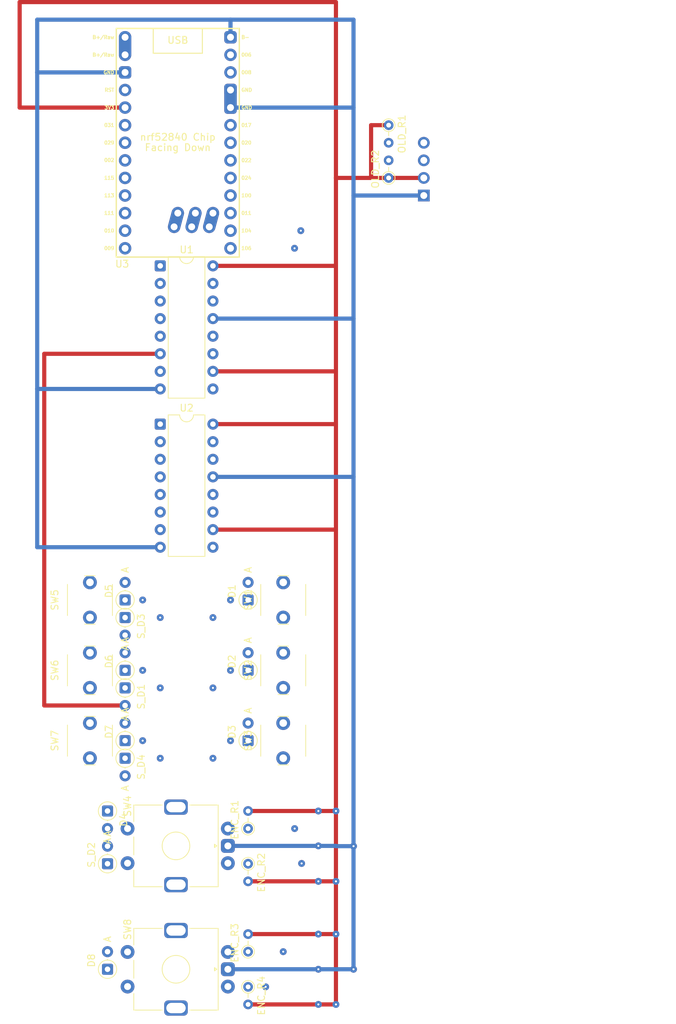
<source format=kicad_pcb>
(kicad_pcb (version 20241229) (generator "pcbnew") (generator_version "9.0")
  (layers (0 "F.Cu" signal) (4 "In1.Cu" signal) (6 "In2.Cu" signal) (8 "In3.Cu" signal) (10 "In4.Cu" signal) (2 "B.Cu" signal) (13 "F.Paste" user) (15 "B.Paste" user) (5 "F.SilkS" user "F.Silkscreen") (7 "B.SilkS" user "B.Silkscreen") (1 "F.Mask" user) (3 "B.Mask" user) (25 "Edge.Cuts" user))
  (net 0 "")
  (net 1 "Net-(S_D1-A)")
  (net 2 "Net-(S_D2-A)")
  (net 3 "+3V3")
  (net 6 "MOSI")
  (net 8 "QH'")
  (net 9 "SCK")
  (net 13 "CS")
  (net 14 "ENC1_B")
  (net 15 "Net-(D4-A)")
  (net 16 "ENC1_A")
  (net 17 "Net-(D8-A)")
  (net 19 "ENC2_B")
  (net 21 "ENC2_A")
  (net 22 "Net-(S_D3-A)")
  (net 23 "Net-(S_D4-A)")
  (net 24 "C1")
  (net 25 "C2")
  (net 26 "C3")
  (net 33 "SDA")
  (net 42 "SCL")
  (net 50 "Net-(D1-A)")
  (net 51 "C0")
  (net 52 "Net-(D2-A)")
  (net 53 "Net-(D3-A)")
  (net 54 "Net-(D5-A)")
  (net 55 "Net-(D6-A)")
  (net 56 "Net-(D7-A)")
  (net 57 "R0")
  (net 58 "R1")
  (net 63 "GND")
  (footprint "Caon_Footprint:D_DO-35_SOD27_P2.54mm_Caon65" (layer "F.Cu") (at 101.6 106.155564 90)
    (property "Reference" "D1" (at 1.27 -2.326371 90) (layer "F.SilkS"))
    (property "Value" "~")
    (fp_line (start 1.326371 0) (end 1.44 0) (stroke (width 0.12)) (layer "F.SilkS"))
    (fp_circle (center 0 0) (end 1.326371 0) (stroke (width 0.12)) (fill no) (layer "F.SilkS"))
    (fp_text user "A" (at 4.34 0 90) (layer "F.SilkS"))
    (pad "1" thru_hole roundrect (at 0 0 90) (size 1.6 1.6) (drill 0.8) (layers "*.Cu" "*.Mask") (roundrect_rratio 0.15625) (net 57 "R0"))
    (pad "2" thru_hole circle (at 2.54 0 90) (size 1.6 1.6) (drill 0.8) (layers "*.Cu" "*.Mask") (net 50 "Net-(D1-A)"))
  )
  (footprint "Caon_Footprint:D_DO-35_SOD27_P2.54mm_Caon65" (layer "F.Cu") (at 83.82 129.015564 -90)
    (property "Reference" "S_D4" (at 1.27 -2.326371 90) (layer "F.SilkS"))
    (property "Value" "~")
    (fp_line (start 1.326371 0) (end 1.44 0) (stroke (width 0.12)) (layer "F.SilkS"))
    (fp_circle (center 0 0) (end 1.326371 0) (stroke (width 0.12)) (fill no) (layer "F.SilkS"))
    (fp_text user "A" (at 4.34 0 90) (layer "F.SilkS"))
    (pad "1" thru_hole roundrect (at 0 0 270) (size 1.6 1.6) (drill 0.8) (layers "*.Cu" "*.Mask") (roundrect_rratio 0.15625) (net 25 "C2"))
    (pad "2" thru_hole circle (at 2.54 0 270) (size 1.6 1.6) (drill 0.8) (layers "*.Cu" "*.Mask") (net 23 "Net-(S_D4-A)"))
  )
  (footprint "Caon_Footprint:SW_PUSH_6mm" (layer "F.Cu") (at 78.74 126.475564 90)
    (property "Reference" "SW7" (at 0 -5.08 90) (layer "F.SilkS"))
    (property "Value" "~")
    (fp_line (start 2.25 -3.25) (end -2.25 -3.25) (stroke (width 0.12)) (layer "F.SilkS"))
    (fp_line (start -3.5 -0.75) (end -3.5 0.75) (stroke (width 0.12)) (layer "F.SilkS"))
    (fp_line (start 3.5 0.75) (end 3.5 -0.75) (stroke (width 0.12)) (layer "F.SilkS"))
    (fp_line (start -2.25 3.25) (end 2.25 3.25) (stroke (width 0.12)) (layer "F.SilkS"))
    (pad "1" thru_hole circle (at -2.54 0 180) (size 2 2) (drill 1.1) (layers "*.Cu" "*.Mask") (net 25 "C2"))
    (pad "2" thru_hole circle (at 2.54 0 180) (size 2 2) (drill 1.1) (layers "*.Cu" "*.Mask") (net 56 "Net-(D7-A)"))
  )
  (footprint "Caon_Footprint:SW_PUSH_6mm" (layer "F.Cu") (at 106.68 116.315564 90)
    (property "Reference" "SW2" (at 0 -5.08 90) (layer "F.SilkS"))
    (property "Value" "~")
    (fp_line (start 2.25 -3.25) (end -2.25 -3.25) (stroke (width 0.12)) (layer "F.SilkS"))
    (fp_line (start -3.5 -0.75) (end -3.5 0.75) (stroke (width 0.12)) (layer "F.SilkS"))
    (fp_line (start 3.5 0.75) (end 3.5 -0.75) (stroke (width 0.12)) (layer "F.SilkS"))
    (fp_line (start -2.25 3.25) (end 2.25 3.25) (stroke (width 0.12)) (layer "F.SilkS"))
    (pad "1" thru_hole circle (at -2.54 0 180) (size 2 2) (drill 1.1) (layers "*.Cu" "*.Mask") (net 24 "C1"))
    (pad "2" thru_hole circle (at 2.54 0 180) (size 2 2) (drill 1.1) (layers "*.Cu" "*.Mask") (net 52 "Net-(D2-A)"))
  )
  (footprint "Caon_Footprint:D_DO-35_SOD27_P2.54mm_Caon65" (layer "F.Cu") (at 83.82 116.315564 90)
    (property "Reference" "D6" (at 1.27 -2.326371 90) (layer "F.SilkS"))
    (property "Value" "~")
    (fp_line (start 1.326371 0) (end 1.44 0) (stroke (width 0.12)) (layer "F.SilkS"))
    (fp_circle (center 0 0) (end 1.326371 0) (stroke (width 0.12)) (fill no) (layer "F.SilkS"))
    (fp_text user "A" (at 4.34 0 90) (layer "F.SilkS"))
    (pad "1" thru_hole roundrect (at 0 0 90) (size 1.6 1.6) (drill 0.8) (layers "*.Cu" "*.Mask") (roundrect_rratio 0.15625) (net 58 "R1"))
    (pad "2" thru_hole circle (at 2.54 0 90) (size 1.6 1.6) (drill 0.8) (layers "*.Cu" "*.Mask") (net 55 "Net-(D6-A)"))
  )
  (footprint "Caon_Footprint:D_DO-35_SOD27_P2.54mm_Caon65" (layer "F.Cu") (at 101.6 126.475564 90)
    (property "Reference" "D3" (at 1.27 -2.326371 90) (layer "F.SilkS"))
    (property "Value" "~")
    (fp_line (start 1.326371 0) (end 1.44 0) (stroke (width 0.12)) (layer "F.SilkS"))
    (fp_circle (center 0 0) (end 1.326371 0) (stroke (width 0.12)) (fill no) (layer "F.SilkS"))
    (fp_text user "A" (at 4.34 0 90) (layer "F.SilkS"))
    (pad "1" thru_hole roundrect (at 0 0 90) (size 1.6 1.6) (drill 0.8) (layers "*.Cu" "*.Mask") (roundrect_rratio 0.15625) (net 57 "R0"))
    (pad "2" thru_hole circle (at 2.54 0 90) (size 1.6 1.6) (drill 0.8) (layers "*.Cu" "*.Mask") (net 53 "Net-(D3-A)"))
  )
  (footprint "Resistor_THT:R_Axial_DIN0204_L3.6mm_D1.6mm_P2.54mm_Vertical" (layer "F.Cu") (at 101.6 144.255564 -90)
    (property "Reference" "ENC_R2" (at 1.27 -1.92 90) (layer "F.SilkS"))
    (property "Value" "10k")
    (fp_line (start 0.92 0) (end 1.54 0) (stroke (width 0.12)) (layer "F.SilkS"))
    (fp_circle (center 0 0) (end 0.92 0) (stroke (width 0.12)) (fill no) (layer "F.SilkS"))
    (pad "1" thru_hole circle (at 0 0 270) (size 1.4 1.4) (drill 0.7) (layers "*.Cu" "*.Mask") (net 16 "ENC1_A"))
    (pad "2" thru_hole circle (at 2.54 0 270) (size 1.4 1.4) (drill 0.7) (layers "*.Cu" "*.Mask") (net 3 "+3V3"))
  )
  (footprint "Caon_Footprint:SW_PUSH_6mm" (layer "F.Cu") (at 106.68 126.475564 90)
    (property "Reference" "SW3" (at 0 -5.08 90) (layer "F.SilkS"))
    (property "Value" "~")
    (fp_line (start 2.25 -3.25) (end -2.25 -3.25) (stroke (width 0.12)) (layer "F.SilkS"))
    (fp_line (start -3.5 -0.75) (end -3.5 0.75) (stroke (width 0.12)) (layer "F.SilkS"))
    (fp_line (start 3.5 0.75) (end 3.5 -0.75) (stroke (width 0.12)) (layer "F.SilkS"))
    (fp_line (start -2.25 3.25) (end 2.25 3.25) (stroke (width 0.12)) (layer "F.SilkS"))
    (pad "1" thru_hole circle (at -2.54 0 180) (size 2 2) (drill 1.1) (layers "*.Cu" "*.Mask") (net 25 "C2"))
    (pad "2" thru_hole circle (at 2.54 0 180) (size 2 2) (drill 1.1) (layers "*.Cu" "*.Mask") (net 53 "Net-(D3-A)"))
  )
  (footprint "PCM_marbastlib-various:ROT_Alps_EC11E-Switch" (layer "F.Cu") (at 91.179 141.675564 90)
    (property "Reference" "SW4" (at 5.75 -7 90) (layer "F.SilkS"))
    (property "Value" "EC11 ENCODER 1")
    (fp_line (start 5.9 -6.1) (end 5.9 -2) (stroke (width 0.12)) (layer "F.SilkS"))
    (fp_line (start 3.5 -6.1) (end 5.9 -6.1) (stroke (width 0.12)) (layer "F.SilkS"))
    (fp_line (start -1.3 -6.1) (end 1.3 -6.1) (stroke (width 0.12)) (layer "F.SilkS"))
    (fp_line (start -5.9 -6.1) (end -3.5 -6.1) (stroke (width 0.12)) (layer "F.SilkS"))
    (fp_line (start -5.9 -2) (end -5.9 -6.1) (stroke (width 0.12)) (layer "F.SilkS"))
    (fp_line (start 5.9 2) (end 5.9 6.1) (stroke (width 0.12)) (layer "F.SilkS"))
    (fp_line (start -5.9 2) (end -5.9 6.1) (stroke (width 0.12)) (layer "F.SilkS"))
    (fp_line (start -5.9 6.1) (end 5.9 6.1) (stroke (width 0.12)) (layer "F.SilkS"))
    (fp_circle (center 0 0) (end 0 -2) (stroke (width 0.12)) (fill no) (layer "F.SilkS"))
    (fp_poly (pts (xy 0 5.898108) (xy -0.24 5.568108) (xy 0.24 5.568108) (xy 0 5.898108)) (stroke (width 0.12)) (fill yes) (layer "F.SilkS"))
    (pad "A" thru_hole circle (at -2.5 7.5 180) (size 2 2) (drill 1) (layers "*.Cu" "B.Mask") (net 16 "ENC1_A"))
    (pad "B" thru_hole circle (at 2.5 7.5 180) (size 2 2) (drill 1) (layers "*.Cu" "B.Mask") (net 14 "ENC1_B"))
    (pad "C" thru_hole roundrect (at 0 7.5 180) (size 2 2) (drill 1) (layers "*.Cu" "B.Mask") (net 63 "GND"))
    (pad "MP" thru_hole roundrect (at -5.6 0 180) (size 3.4 2.2) (drill oval 2.8 1.5) (layers "*.Cu" "B.Mask"))
    (pad "MP" thru_hole roundrect (at 5.6 0 180) (size 3.4 2.2) (drill oval 2.8 1.5) (layers "*.Cu" "B.Mask"))
    (pad "S1" thru_hole circle (at 2.5 -7 180) (size 2 2) (drill 1) (layers "*.Cu" "B.Mask") (net 15 "Net-(D4-A)"))
    (pad "S2" thru_hole circle (at -2.5 -7 180) (size 2 2) (drill 1) (layers "*.Cu" "B.Mask") (net 26 "C3"))
  )
  (footprint "Caon_Footprint:D_DO-35_SOD27_P2.54mm_Caon65" (layer "F.Cu") (at 83.82 108.695564 -90)
    (property "Reference" "S_D3" (at 1.27 -2.326371 90) (layer "F.SilkS"))
    (property "Value" "~")
    (fp_line (start 1.326371 0) (end 1.44 0) (stroke (width 0.12)) (layer "F.SilkS"))
    (fp_circle (center 0 0) (end 1.326371 0) (stroke (width 0.12)) (fill no) (layer "F.SilkS"))
    (fp_text user "A" (at 4.34 0 90) (layer "F.SilkS"))
    (pad "1" thru_hole roundrect (at 0 0 270) (size 1.6 1.6) (drill 0.8) (layers "*.Cu" "*.Mask") (roundrect_rratio 0.15625) (net 51 "C0"))
    (pad "2" thru_hole circle (at 2.54 0 270) (size 1.6 1.6) (drill 0.8) (layers "*.Cu" "*.Mask") (net 22 "Net-(S_D3-A)"))
  )
  (footprint "ScottoKeebs_Components:OLED_128x32" (layer "F.Cu") (at 125.4 37.935564)
    (property "Reference" "J1" (hide yes))
    (property "Value" "OLED_128x32")
    (pad "1" thru_hole rect (at 1.6 9.8 180) (size 1.7 1.7) (drill 1) (layers "*.Cu" "*.Mask") (net 63 "GND"))
    (pad "2" thru_hole oval (at 1.6 7.26 180) (size 1.7 1.7) (drill 1) (layers "*.Cu" "*.Mask") (net 3 "+3V3"))
    (pad "3" thru_hole oval (at 1.6 4.72 180) (size 1.7 1.7) (drill 1) (layers "*.Cu" "*.Mask") (net 42 "SCL"))
    (pad "4" thru_hole oval (at 1.6 2.18 180) (size 1.7 1.7) (drill 1) (layers "*.Cu" "*.Mask") (net 33 "SDA"))
  )
  (footprint "Resistor_THT:R_Axial_DIN0204_L3.6mm_D1.6mm_P2.54mm_Vertical" (layer "F.Cu") (at 121.92 45.195564 90)
    (property "Reference" "OLD_R2" (at 1.27 -1.92 90) (layer "F.SilkS"))
    (property "Value" "10k")
    (fp_line (start 0.92 0) (end 1.54 0) (stroke (width 0.12)) (layer "F.SilkS"))
    (fp_circle (center 0 0) (end 0.92 0) (stroke (width 0.12)) (fill no) (layer "F.SilkS"))
    (pad "1" thru_hole circle (at 0 0 90) (size 1.4 1.4) (drill 0.7) (layers "*.Cu" "*.Mask") (net 3 "+3V3"))
    (pad "2" thru_hole circle (at 2.54 0 90) (size 1.4 1.4) (drill 0.7) (layers "*.Cu" "*.Mask") (net 42 "SCL"))
  )
  (footprint "Caon_Footprint:SuperMini_NiceNano_USBdn" (layer "F.Cu") (at 91.44 41.385564)
    (property "Reference" "U3" (at -9.14 16.24 0) (layer "F.SilkS") (effects (justify left)))
    (property "Value" "SuperMini nRF52840")
    (fp_line (start -3.55 -14.2) (end -3.55 -17.78) (stroke (width 0.15)) (layer "F.SilkS"))
    (fp_line (start 3.55 -14.2) (end -3.55 -14.2) (stroke (width 0.15)) (layer "F.SilkS"))
    (fp_line (start 3.55 -14.2) (end 3.55 -17.78) (stroke (width 0.15)) (layer "F.SilkS"))
    (fp_rect (start 8.89 -17.78) (end -8.89 15.24) (stroke (width 0.2)) (fill no) (layer "F.SilkS"))
    (fp_text user "029" (at -9.12 -1.27 0) (layer "F.SilkS") (effects (font (size 0.5 0.5) (thickness 0.125)) (justify right)))
    (fp_text user "104" (at 9.12 11.43 0) (layer "F.SilkS") (effects (font (size 0.5 0.5) (thickness 0.125)) (justify left)))
    (fp_text user "017" (at 9.12 -3.81 0) (layer "F.SilkS") (effects (font (size 0.5 0.5) (thickness 0.125)) (justify left)))
    (fp_text user "GND" (at 9.12 -6.35 0) (layer "F.SilkS") (effects (font (size 0.5 0.5) (thickness 0.125)) (justify left)))
    (fp_text user "024" (at 9.12 3.81 0) (layer "F.SilkS") (effects (font (size 0.5 0.5) (thickness 0.125)) (justify left)))
    (fp_text user "GND" (at 9.12 -8.89 0) (layer "F.SilkS") (effects (font (size 0.5 0.5) (thickness 0.125)) (justify left)))
    (fp_text user "002" (at -9.12 1.24 0) (layer "F.SilkS") (effects (font (size 0.5 0.5) (thickness 0.125)) (justify right)))
    (fp_text user "022" (at 9.12 1.27 0) (layer "F.SilkS") (effects (font (size 0.5 0.5) (thickness 0.125)) (justify left)))
    (fp_text user "100" (at 9.12 6.35 0) (layer "F.SilkS") (effects (font (size 0.5 0.5) (thickness 0.125)) (justify left)))
    (fp_text user "B-" (at 9.12 -16.51 0) (layer "F.SilkS") (effects (font (size 0.5 0.5) (thickness 0.125)) (justify left)))
    (fp_text user "010" (at -9.12 11.43 0) (layer "F.SilkS") (effects (font (size 0.5 0.5) (thickness 0.125)) (justify right)))
    (fp_text user "Facing Down" (at 0 0 0) (layer "F.SilkS") (effects (justify bottom)))
    (fp_text user "111" (at -9.12 8.89 0) (layer "F.SilkS") (effects (font (size 0.5 0.5) (thickness 0.125)) (justify right)))
    (fp_text user "008" (at 9.12 -11.43 0) (layer "F.SilkS") (effects (font (size 0.5 0.5) (thickness 0.125)) (justify left)))
    (fp_text user "031" (at -9.12 -3.81 0) (layer "F.SilkS") (effects (font (size 0.5 0.5) (thickness 0.125)) (justify right)))
    (fp_text user "009" (at -9.12 13.97 0) (layer "F.SilkS") (effects (font (size 0.5 0.5) (thickness 0.125)) (justify right)))
    (fp_text user "106" (at 9.12 13.97 0) (layer "F.SilkS") (effects (font (size 0.5 0.5) (thickness 0.125)) (justify left)))
    (fp_text user "006" (at 9.12 -13.97 0) (layer "F.SilkS") (effects (font (size 0.5 0.5) (thickness 0.125)) (justify left)))
    (fp_text user "115" (at -9.12 3.81 0) (layer "F.SilkS") (effects (font (size 0.5 0.5) (thickness 0.125)) (justify right)))
    (fp_text user "USB" (at 0 -15.5 0) (layer "F.SilkS") (effects (justify bottom)))
    (fp_text user "B+/Raw" (at -9.12 -16.51 0) (layer "F.SilkS") (effects (font (size 0.5 0.5) (thickness 0.125)) (justify right)))
    (fp_text user "RST" (at -9.12 -8.89 0) (layer "F.SilkS") (effects (font (size 0.5 0.5) (thickness 0.125)) (justify right)))
    (fp_text user "GND" (at -9.12 -11.43 0) (layer "F.SilkS") (effects (font (size 0.5 0.5) (thickness 0.125)) (justify right)))
    (fp_text user "B+/Raw" (at -9.12 -13.97 0) (layer "F.SilkS") (effects (font (size 0.5 0.5) (thickness 0.125)) (justify right)))
    (fp_text user "020" (at 9.12 -1.27 0) (layer "F.SilkS") (effects (font (size 0.5 0.5) (thickness 0.125)) (justify left)))
    (fp_text user "3V3" (at -9.12 -6.35 0) (layer "F.SilkS") (effects (font (size 0.5 0.5) (thickness 0.125)) (justify right)))
    (fp_text user "011" (at 9.12 8.89 0) (layer "F.SilkS") (effects (font (size 0.5 0.5) (thickness 0.125)) (justify left)))
    (fp_text user "113" (at -9.12 6.35 0) (layer "F.SilkS") (effects (font (size 0.5 0.5) (thickness 0.125)) (justify right)))
    (fp_text user "nrf52840 Chip" (at 0 -1.5 0) (layer "F.SilkS") (effects (justify bottom)))
    (pad "1" thru_hole circle (at 7.62 -13.97) (size 1.8 1.8) (drill 1) (layers "*.Cu" "*.Mask") (net 6 "MOSI"))
    (pad "2" thru_hole circle (at 7.62 -11.43) (size 1.8 1.8) (drill 1) (layers "*.Cu" "*.Mask") (net 9 "SCK"))
    (pad "3" thru_hole roundrect (at 7.62 -8.89) (size 1.8 1.8) (drill 1) (layers "*.Cu" "*.Mask") (net 63 "GND"))
    (pad "4" thru_hole roundrect (at 7.62 -6.35) (size 1.8 4.34) (drill 1 (offset 0 -1.27)) (layers "*.Cu" "*.Mask") (net 63 "GND"))
    (pad "5" thru_hole circle (at 7.62 -3.81) (size 1.8 1.8) (drill 1) (layers "*.Cu" "*.Mask") (net 13 "CS"))
    (pad "6" thru_hole circle (at 7.62 -1.27) (size 1.8 1.8) (drill 1) (layers "*.Cu" "*.Mask") (net 33 "SDA"))
    (pad "7" thru_hole circle (at 7.62 1.27) (size 1.8 1.8) (drill 1) (layers "*.Cu" "*.Mask") (net 42 "SCL"))
    (pad "8" thru_hole circle (at 7.62 3.81) (size 1.8 1.8) (drill 1) (layers "*.Cu" "*.Mask"))
    (pad "9" thru_hole circle (at 7.62 6.35) (size 1.8 1.8) (drill 1) (layers "*.Cu" "*.Mask"))
    (pad "10" thru_hole circle (at 7.62 8.89) (size 1.8 1.8) (drill 1) (layers "*.Cu" "*.Mask"))
    (pad "11" thru_hole circle (at 7.62 11.43) (size 1.8 1.8) (drill 1) (layers "*.Cu" "*.Mask") (net 16 "ENC1_A"))
    (pad "12" thru_hole circle (at 7.62 13.97) (size 1.8 1.8) (drill 1) (layers "*.Cu" "*.Mask") (net 14 "ENC1_B"))
    (pad "13" thru_hole oval (at -7.62 -13.97) (size 1.8 4.34) (drill 1 (offset 0 -1.27)) (layers "*.Cu" "*.Mask"))
    (pad "14" thru_hole roundrect (at -7.62 -11.43) (size 1.8 1.8) (drill 1) (layers "*.Cu" "*.Mask") (net 63 "GND"))
    (pad "15" thru_hole circle (at -7.62 -8.89) (size 1.8 1.8) (drill 1) (layers "*.Cu" "*.Mask"))
    (pad "16" thru_hole circle (at -7.62 -6.35) (size 1.8 1.8) (drill 1) (layers "*.Cu" "*.Mask") (net 3 "+3V3"))
    (pad "17" thru_hole circle (at -7.62 -3.81) (size 1.8 1.8) (drill 1) (layers "*.Cu" "*.Mask") (net 57 "R0"))
    (pad "18" thru_hole circle (at -7.62 -1.27) (size 1.8 1.8) (drill 1) (layers "*.Cu" "*.Mask") (net 58 "R1"))
    (pad "19" thru_hole circle (at -7.62 1.27) (size 1.8 1.8) (drill 1) (layers "*.Cu" "*.Mask"))
    (pad "20" thru_hole circle (at -7.62 3.81) (size 1.8 1.8) (drill 1) (layers "*.Cu" "*.Mask"))
    (pad "21" thru_hole circle (at -7.62 6.35) (size 1.8 1.8) (drill 1) (layers "*.Cu" "*.Mask"))
    (pad "22" thru_hole circle (at -7.62 8.89) (size 1.8 1.8) (drill 1) (layers "*.Cu" "*.Mask"))
    (pad "23" thru_hole circle (at -7.62 11.43) (size 1.8 1.8) (drill 1) (layers "*.Cu" "*.Mask") (net 21 "ENC2_A"))
    (pad "24" thru_hole circle (at -7.62 13.97) (size 1.8 1.8) (drill 1) (layers "*.Cu" "*.Mask") (net 19 "ENC2_B"))
    (pad "25" thru_hole oval (at 4.5466 10.87628 345) (size 1.8 3.8) (drill 1 (offset 0 -1)) (layers "*.Cu" "*.Mask"))
    (pad "25" thru_hole circle (at 5.08 8.89 345) (size 1.8 1.8) (drill 1) (layers "*.Cu" "*.Mask"))
    (pad "26" thru_hole oval (at 2.0066 10.87628 345) (size 1.8 3.8) (drill 1 (offset 0 -1)) (layers "*.Cu" "*.Mask"))
    (pad "26" thru_hole circle (at 2.54 8.89) (size 1.8 1.8) (drill 1) (layers "*.Cu" "*.Mask"))
    (pad "27" thru_hole oval (at -0.5334 10.87628 345) (size 1.8 3.8) (drill 1 (offset 0 -1)) (layers "*.Cu" "*.Mask"))
    (pad "27" thru_hole circle (at 0 8.89) (size 1.8 1.8) (drill 1) (layers "*.Cu" "*.Mask"))
    (pad "28" thru_hole roundrect (at 7.62 -16.51) (size 1.8 1.8) (drill 1) (layers "*.Cu" "*.Mask") (net 63 "GND"))
    (pad "29" thru_hole circle (at -7.62 -16.51) (size 1.8 1.8) (drill 1) (layers "*.Cu" "*.Mask" "B.Adhes"))
  )
  (footprint "Resistor_THT:R_Axial_DIN0204_L3.6mm_D1.6mm_P2.54mm_Vertical" (layer "F.Cu") (at 101.6 162.035564 -90)
    (property "Reference" "ENC_R4" (at 1.27 -1.92 90) (layer "F.SilkS"))
    (property "Value" "10k")
    (fp_line (start 0.92 0) (end 1.54 0) (stroke (width 0.12)) (layer "F.SilkS"))
    (fp_circle (center 0 0) (end 0.92 0) (stroke (width 0.12)) (fill no) (layer "F.SilkS"))
    (pad "1" thru_hole circle (at 0 0 270) (size 1.4 1.4) (drill 0.7) (layers "*.Cu" "*.Mask") (net 21 "ENC2_A"))
    (pad "2" thru_hole circle (at 2.54 0 270) (size 1.4 1.4) (drill 0.7) (layers "*.Cu" "*.Mask") (net 3 "+3V3"))
  )
  (footprint "Caon_Footprint:D_DO-35_SOD27_P2.54mm_Caon65" (layer "F.Cu") (at 81.28 144.255564 90)
    (property "Reference" "S_D2" (at 1.27 -2.326371 90) (layer "F.SilkS"))
    (property "Value" "~")
    (fp_line (start 1.326371 0) (end 1.44 0) (stroke (width 0.12)) (layer "F.SilkS"))
    (fp_circle (center 0 0) (end 1.326371 0) (stroke (width 0.12)) (fill no) (layer "F.SilkS"))
    (fp_text user "A" (at 4.34 0 90) (layer "F.SilkS"))
    (pad "1" thru_hole roundrect (at 0 0 90) (size 1.6 1.6) (drill 0.8) (layers "*.Cu" "*.Mask") (roundrect_rratio 0.15625) (net 26 "C3"))
    (pad "2" thru_hole circle (at 2.54 0 90) (size 1.6 1.6) (drill 0.8) (layers "*.Cu" "*.Mask") (net 2 "Net-(S_D2-A)"))
  )
  (footprint "PCM_marbastlib-various:ROT_Alps_EC11E-Switch" (layer "F.Cu") (at 91.179 159.495564 90)
    (property "Reference" "SW8" (at 5.75 -7 90) (layer "F.SilkS"))
    (property "Value" "EC11 ENCODER 1")
    (fp_line (start 5.9 -6.1) (end 5.9 -2) (stroke (width 0.12)) (layer "F.SilkS"))
    (fp_line (start 3.5 -6.1) (end 5.9 -6.1) (stroke (width 0.12)) (layer "F.SilkS"))
    (fp_line (start -1.3 -6.1) (end 1.3 -6.1) (stroke (width 0.12)) (layer "F.SilkS"))
    (fp_line (start -5.9 -6.1) (end -3.5 -6.1) (stroke (width 0.12)) (layer "F.SilkS"))
    (fp_line (start -5.9 -2) (end -5.9 -6.1) (stroke (width 0.12)) (layer "F.SilkS"))
    (fp_line (start 5.9 2) (end 5.9 6.1) (stroke (width 0.12)) (layer "F.SilkS"))
    (fp_line (start -5.9 2) (end -5.9 6.1) (stroke (width 0.12)) (layer "F.SilkS"))
    (fp_line (start -5.9 6.1) (end 5.9 6.1) (stroke (width 0.12)) (layer "F.SilkS"))
    (fp_circle (center 0 0) (end 0 -2) (stroke (width 0.12)) (fill no) (layer "F.SilkS"))
    (fp_poly (pts (xy 0 5.898108) (xy -0.24 5.568108) (xy 0.24 5.568108) (xy 0 5.898108)) (stroke (width 0.12)) (fill yes) (layer "F.SilkS"))
    (pad "A" thru_hole circle (at -2.5 7.5 180) (size 2 2) (drill 1) (layers "*.Cu" "B.Mask") (net 21 "ENC2_A"))
    (pad "B" thru_hole circle (at 2.5 7.5 180) (size 2 2) (drill 1) (layers "*.Cu" "B.Mask") (net 19 "ENC2_B"))
    (pad "C" thru_hole roundrect (at 0 7.5 180) (size 2 2) (drill 1) (layers "*.Cu" "B.Mask") (net 63 "GND"))
    (pad "MP" thru_hole roundrect (at -5.6 0 180) (size 3.4 2.2) (drill oval 2.8 1.5) (layers "*.Cu" "B.Mask"))
    (pad "MP" thru_hole roundrect (at 5.6 0 180) (size 3.4 2.2) (drill oval 2.8 1.5) (layers "*.Cu" "B.Mask"))
    (pad "S1" thru_hole circle (at 2.5 -7 180) (size 2 2) (drill 1) (layers "*.Cu" "B.Mask") (net 17 "Net-(D8-A)"))
    (pad "S2" thru_hole circle (at -2.5 -7 180) (size 2 2) (drill 1) (layers "*.Cu" "B.Mask") (net 26 "C3"))
  )
  (footprint "Caon_Footprint:SW_PUSH_6mm" (layer "F.Cu") (at 78.74 116.315564 90)
    (property "Reference" "SW6" (at 0 -5.08 90) (layer "F.SilkS"))
    (property "Value" "~")
    (fp_line (start 2.25 -3.25) (end -2.25 -3.25) (stroke (width 0.12)) (layer "F.SilkS"))
    (fp_line (start -3.5 -0.75) (end -3.5 0.75) (stroke (width 0.12)) (layer "F.SilkS"))
    (fp_line (start 3.5 0.75) (end 3.5 -0.75) (stroke (width 0.12)) (layer "F.SilkS"))
    (fp_line (start -2.25 3.25) (end 2.25 3.25) (stroke (width 0.12)) (layer "F.SilkS"))
    (pad "1" thru_hole circle (at -2.54 0 180) (size 2 2) (drill 1.1) (layers "*.Cu" "*.Mask") (net 24 "C1"))
    (pad "2" thru_hole circle (at 2.54 0 180) (size 2 2) (drill 1.1) (layers "*.Cu" "*.Mask") (net 55 "Net-(D6-A)"))
  )
  (footprint "Caon_Footprint:SW_PUSH_6mm" (layer "F.Cu") (at 106.68 106.155564 90)
    (property "Reference" "SW1" (at 0 -5.08 90) (layer "F.SilkS"))
    (property "Value" "~")
    (fp_line (start 2.25 -3.25) (end -2.25 -3.25) (stroke (width 0.12)) (layer "F.SilkS"))
    (fp_line (start -3.5 -0.75) (end -3.5 0.75) (stroke (width 0.12)) (layer "F.SilkS"))
    (fp_line (start 3.5 0.75) (end 3.5 -0.75) (stroke (width 0.12)) (layer "F.SilkS"))
    (fp_line (start -2.25 3.25) (end 2.25 3.25) (stroke (width 0.12)) (layer "F.SilkS"))
    (pad "1" thru_hole circle (at -2.54 0 180) (size 2 2) (drill 1.1) (layers "*.Cu" "*.Mask") (net 51 "C0"))
    (pad "2" thru_hole circle (at 2.54 0 180) (size 2 2) (drill 1.1) (layers "*.Cu" "*.Mask") (net 50 "Net-(D1-A)"))
  )
  (footprint "Caon_Footprint:SW_PUSH_6mm" (layer "F.Cu") (at 78.74 106.155564 90)
    (property "Reference" "SW5" (at 0 -5.08 90) (layer "F.SilkS"))
    (property "Value" "~")
    (fp_line (start 2.25 -3.25) (end -2.25 -3.25) (stroke (width 0.12)) (layer "F.SilkS"))
    (fp_line (start -3.5 -0.75) (end -3.5 0.75) (stroke (width 0.12)) (layer "F.SilkS"))
    (fp_line (start 3.5 0.75) (end 3.5 -0.75) (stroke (width 0.12)) (layer "F.SilkS"))
    (fp_line (start -2.25 3.25) (end 2.25 3.25) (stroke (width 0.12)) (layer "F.SilkS"))
    (pad "1" thru_hole circle (at -2.54 0 180) (size 2 2) (drill 1.1) (layers "*.Cu" "*.Mask") (net 51 "C0"))
    (pad "2" thru_hole circle (at 2.54 0 180) (size 2 2) (drill 1.1) (layers "*.Cu" "*.Mask") (net 54 "Net-(D5-A)"))
  )
  (footprint "Package_DIP:DIP-16_W7.62mm" (layer "F.Cu") (at 88.9 57.895564)
    (property "Reference" "U1" (at 3.81 -2.33 0) (layer "F.SilkS"))
    (property "Value" "74HC595")
    (fp_line (start 1.16 -1.33) (end 1.16 19.11) (stroke (width 0.12)) (layer "F.SilkS"))
    (fp_line (start 1.16 19.11) (end 6.46 19.11) (stroke (width 0.12)) (layer "F.SilkS"))
    (fp_line (start 2.81 -1.33) (end 1.16 -1.33) (stroke (width 0.12)) (layer "F.SilkS"))
    (fp_line (start 6.46 -1.33) (end 4.81 -1.33) (stroke (width 0.12)) (layer "F.SilkS"))
    (fp_line (start 6.46 19.11) (end 6.46 -1.33) (stroke (width 0.12)) (layer "F.SilkS"))
    (fp_arc (start 4.81 -1.33) (mid 3.81 -0.33) (end 2.81 -1.33) (stroke (width 0.12)) (layer "F.SilkS"))
    (pad "1" thru_hole roundrect (at 0 0) (size 1.6 1.6) (drill 0.8) (layers "*.Cu" "*.Mask") (roundrect_rratio 0.15625))
    (pad "2" thru_hole circle (at 0 2.54) (size 1.6 1.6) (drill 0.8) (layers "*.Cu" "*.Mask"))
    (pad "3" thru_hole circle (at 0 5.08) (size 1.6 1.6) (drill 0.8) (layers "*.Cu" "*.Mask"))
    (pad "4" thru_hole circle (at 0 7.62) (size 1.6 1.6) (drill 0.8) (layers "*.Cu" "*.Mask"))
    (pad "5" thru_hole circle (at 0 10.16) (size 1.6 1.6) (drill 0.8) (layers "*.Cu" "*.Mask"))
    (pad "6" thru_hole circle (at 0 12.7) (size 1.6 1.6) (drill 0.8) (layers "*.Cu" "*.Mask") (net 1 "Net-(S_D1-A)"))
    (pad "7" thru_hole circle (at 0 15.24) (size 1.6 1.6) (drill 0.8) (layers "*.Cu" "*.Mask") (net 22 "Net-(S_D3-A)"))
    (pad "8" thru_hole circle (at 0 17.78) (size 1.6 1.6) (drill 0.8) (layers "*.Cu" "*.Mask") (net 63 "GND"))
    (pad "9" thru_hole circle (at 7.62 17.78) (size 1.6 1.6) (drill 0.8) (layers "*.Cu" "*.Mask") (net 8 "QH'"))
    (pad "10" thru_hole circle (at 7.62 15.24) (size 1.6 1.6) (drill 0.8) (layers "*.Cu" "*.Mask") (net 3 "+3V3"))
    (pad "11" thru_hole circle (at 7.62 12.7) (size 1.6 1.6) (drill 0.8) (layers "*.Cu" "*.Mask") (net 9 "SCK"))
    (pad "12" thru_hole circle (at 7.62 10.16) (size 1.6 1.6) (drill 0.8) (layers "*.Cu" "*.Mask") (net 13 "CS"))
    (pad "13" thru_hole circle (at 7.62 7.62) (size 1.6 1.6) (drill 0.8) (layers "*.Cu" "*.Mask") (net 63 "GND"))
    (pad "14" thru_hole circle (at 7.62 5.08) (size 1.6 1.6) (drill 0.8) (layers "*.Cu" "*.Mask") (net 6 "MOSI"))
    (pad "15" thru_hole circle (at 7.62 2.54) (size 1.6 1.6) (drill 0.8) (layers "*.Cu" "*.Mask"))
    (pad "16" thru_hole circle (at 7.62 0) (size 1.6 1.6) (drill 0.8) (layers "*.Cu" "*.Mask") (net 3 "+3V3"))
  )
  (footprint "Caon_Footprint:D_DO-35_SOD27_P2.54mm_Caon65" (layer "F.Cu") (at 101.6 116.315564 90)
    (property "Reference" "D2" (at 1.27 -2.326371 90) (layer "F.SilkS"))
    (property "Value" "~")
    (fp_line (start 1.326371 0) (end 1.44 0) (stroke (width 0.12)) (layer "F.SilkS"))
    (fp_circle (center 0 0) (end 1.326371 0) (stroke (width 0.12)) (fill no) (layer "F.SilkS"))
    (fp_text user "A" (at 4.34 0 90) (layer "F.SilkS"))
    (pad "1" thru_hole roundrect (at 0 0 90) (size 1.6 1.6) (drill 0.8) (layers "*.Cu" "*.Mask") (roundrect_rratio 0.15625) (net 57 "R0"))
    (pad "2" thru_hole circle (at 2.54 0 90) (size 1.6 1.6) (drill 0.8) (layers "*.Cu" "*.Mask") (net 52 "Net-(D2-A)"))
  )
  (footprint "Resistor_THT:R_Axial_DIN0204_L3.6mm_D1.6mm_P2.54mm_Vertical" (layer "F.Cu") (at 101.6 139.175564 90)
    (property "Reference" "ENC_R1" (at 1.27 -1.92 90) (layer "F.SilkS"))
    (property "Value" "10k")
    (fp_line (start 0.92 0) (end 1.54 0) (stroke (width 0.12)) (layer "F.SilkS"))
    (fp_circle (center 0 0) (end 0.92 0) (stroke (width 0.12)) (fill no) (layer "F.SilkS"))
    (pad "1" thru_hole circle (at 0 0 90) (size 1.4 1.4) (drill 0.7) (layers "*.Cu" "*.Mask") (net 14 "ENC1_B"))
    (pad "2" thru_hole circle (at 2.54 0 90) (size 1.4 1.4) (drill 0.7) (layers "*.Cu" "*.Mask") (net 3 "+3V3"))
  )
  (footprint "Caon_Footprint:D_DO-35_SOD27_P2.54mm_Caon65" (layer "F.Cu") (at 81.28 136.635564 -90)
    (property "Reference" "D4" (at 1.27 -2.326371 90) (layer "F.SilkS"))
    (property "Value" "~")
    (fp_line (start 1.326371 0) (end 1.44 0) (stroke (width 0.12)) (layer "F.SilkS"))
    (fp_circle (center 0 0) (end 1.326371 0) (stroke (width 0.12)) (fill no) (layer "F.SilkS"))
    (fp_text user "A" (at 4.34 0 90) (layer "F.SilkS"))
    (pad "1" thru_hole roundrect (at 0 0 270) (size 1.6 1.6) (drill 0.8) (layers "*.Cu" "*.Mask") (roundrect_rratio 0.15625) (net 57 "R0"))
    (pad "2" thru_hole circle (at 2.54 0 270) (size 1.6 1.6) (drill 0.8) (layers "*.Cu" "*.Mask") (net 15 "Net-(D4-A)"))
  )
  (footprint "Resistor_THT:R_Axial_DIN0204_L3.6mm_D1.6mm_P2.54mm_Vertical" (layer "F.Cu") (at 121.92 37.575564 -90)
    (property "Reference" "OLD_R1" (at 1.27 -1.92 90) (layer "F.SilkS"))
    (property "Value" "10k")
    (fp_line (start 0.92 0) (end 1.54 0) (stroke (width 0.12)) (layer "F.SilkS"))
    (fp_circle (center 0 0) (end 0.92 0) (stroke (width 0.12)) (fill no) (layer "F.SilkS"))
    (pad "1" thru_hole circle (at 0 0 270) (size 1.4 1.4) (drill 0.7) (layers "*.Cu" "*.Mask") (net 3 "+3V3"))
    (pad "2" thru_hole circle (at 2.54 0 270) (size 1.4 1.4) (drill 0.7) (layers "*.Cu" "*.Mask") (net 33 "SDA"))
  )
  (footprint "Caon_Footprint:D_DO-35_SOD27_P2.54mm_Caon65" (layer "F.Cu") (at 83.82 126.475564 90)
    (property "Reference" "D7" (at 1.27 -2.326371 90) (layer "F.SilkS"))
    (property "Value" "~")
    (fp_line (start 1.326371 0) (end 1.44 0) (stroke (width 0.12)) (layer "F.SilkS"))
    (fp_circle (center 0 0) (end 1.326371 0) (stroke (width 0.12)) (fill no) (layer "F.SilkS"))
    (fp_text user "A" (at 4.34 0 90) (layer "F.SilkS"))
    (pad "1" thru_hole roundrect (at 0 0 90) (size 1.6 1.6) (drill 0.8) (layers "*.Cu" "*.Mask") (roundrect_rratio 0.15625) (net 58 "R1"))
    (pad "2" thru_hole circle (at 2.54 0 90) (size 1.6 1.6) (drill 0.8) (layers "*.Cu" "*.Mask") (net 56 "Net-(D7-A)"))
  )
  (footprint "Caon_Footprint:D_DO-35_SOD27_P2.54mm_Caon65" (layer "F.Cu") (at 83.82 106.155564 90)
    (property "Reference" "D5" (at 1.27 -2.326371 90) (layer "F.SilkS"))
    (property "Value" "~")
    (fp_line (start 1.326371 0) (end 1.44 0) (stroke (width 0.12)) (layer "F.SilkS"))
    (fp_circle (center 0 0) (end 1.326371 0) (stroke (width 0.12)) (fill no) (layer "F.SilkS"))
    (fp_text user "A" (at 4.34 0 90) (layer "F.SilkS"))
    (pad "1" thru_hole roundrect (at 0 0 90) (size 1.6 1.6) (drill 0.8) (layers "*.Cu" "*.Mask") (roundrect_rratio 0.15625) (net 58 "R1"))
    (pad "2" thru_hole circle (at 2.54 0 90) (size 1.6 1.6) (drill 0.8) (layers "*.Cu" "*.Mask") (net 54 "Net-(D5-A)"))
  )
  (footprint "Caon_Footprint:D_DO-35_SOD27_P2.54mm_Caon65" (layer "F.Cu") (at 81.28 159.495564 90)
    (property "Reference" "D8" (at 1.27 -2.326371 90) (layer "F.SilkS"))
    (property "Value" "~")
    (fp_line (start 1.326371 0) (end 1.44 0) (stroke (width 0.12)) (layer "F.SilkS"))
    (fp_circle (center 0 0) (end 1.326371 0) (stroke (width 0.12)) (fill no) (layer "F.SilkS"))
    (fp_text user "A" (at 4.34 0 90) (layer "F.SilkS"))
    (pad "1" thru_hole roundrect (at 0 0 90) (size 1.6 1.6) (drill 0.8) (layers "*.Cu" "*.Mask") (roundrect_rratio 0.15625) (net 58 "R1"))
    (pad "2" thru_hole circle (at 2.54 0 90) (size 1.6 1.6) (drill 0.8) (layers "*.Cu" "*.Mask") (net 17 "Net-(D8-A)"))
  )
  (footprint "Package_DIP:DIP-16_W7.62mm" (layer "F.Cu") (at 88.9 80.755564)
    (property "Reference" "U2" (at 3.81 -2.33 0) (layer "F.SilkS"))
    (property "Value" "74HC595")
    (fp_line (start 1.16 -1.33) (end 1.16 19.11) (stroke (width 0.12)) (layer "F.SilkS"))
    (fp_line (start 1.16 19.11) (end 6.46 19.11) (stroke (width 0.12)) (layer "F.SilkS"))
    (fp_line (start 2.81 -1.33) (end 1.16 -1.33) (stroke (width 0.12)) (layer "F.SilkS"))
    (fp_line (start 6.46 -1.33) (end 4.81 -1.33) (stroke (width 0.12)) (layer "F.SilkS"))
    (fp_line (start 6.46 19.11) (end 6.46 -1.33) (stroke (width 0.12)) (layer "F.SilkS"))
    (fp_arc (start 4.81 -1.33) (mid 3.81 -0.33) (end 2.81 -1.33) (stroke (width 0.12)) (layer "F.SilkS"))
    (pad "1" thru_hole roundrect (at 0 0) (size 1.6 1.6) (drill 0.8) (layers "*.Cu" "*.Mask") (roundrect_rratio 0.15625))
    (pad "2" thru_hole circle (at 0 2.54) (size 1.6 1.6) (drill 0.8) (layers "*.Cu" "*.Mask"))
    (pad "3" thru_hole circle (at 0 5.08) (size 1.6 1.6) (drill 0.8) (layers "*.Cu" "*.Mask"))
    (pad "4" thru_hole circle (at 0 7.62) (size 1.6 1.6) (drill 0.8) (layers "*.Cu" "*.Mask"))
    (pad "5" thru_hole circle (at 0 10.16) (size 1.6 1.6) (drill 0.8) (layers "*.Cu" "*.Mask"))
    (pad "6" thru_hole circle (at 0 12.7) (size 1.6 1.6) (drill 0.8) (layers "*.Cu" "*.Mask") (net 2 "Net-(S_D2-A)"))
    (pad "7" thru_hole circle (at 0 15.24) (size 1.6 1.6) (drill 0.8) (layers "*.Cu" "*.Mask") (net 23 "Net-(S_D4-A)"))
    (pad "8" thru_hole circle (at 0 17.78) (size 1.6 1.6) (drill 0.8) (layers "*.Cu" "*.Mask") (net 63 "GND"))
    (pad "9" thru_hole circle (at 7.62 17.78) (size 1.6 1.6) (drill 0.8) (layers "*.Cu" "*.Mask"))
    (pad "10" thru_hole circle (at 7.62 15.24) (size 1.6 1.6) (drill 0.8) (layers "*.Cu" "*.Mask") (net 3 "+3V3"))
    (pad "11" thru_hole circle (at 7.62 12.7) (size 1.6 1.6) (drill 0.8) (layers "*.Cu" "*.Mask") (net 9 "SCK"))
    (pad "12" thru_hole circle (at 7.62 10.16) (size 1.6 1.6) (drill 0.8) (layers "*.Cu" "*.Mask") (net 13 "CS"))
    (pad "13" thru_hole circle (at 7.62 7.62) (size 1.6 1.6) (drill 0.8) (layers "*.Cu" "*.Mask") (net 63 "GND"))
    (pad "14" thru_hole circle (at 7.62 5.08) (size 1.6 1.6) (drill 0.8) (layers "*.Cu" "*.Mask") (net 8 "QH'"))
    (pad "15" thru_hole circle (at 7.62 2.54) (size 1.6 1.6) (drill 0.8) (layers "*.Cu" "*.Mask"))
    (pad "16" thru_hole circle (at 7.62 0) (size 1.6 1.6) (drill 0.8) (layers "*.Cu" "*.Mask") (net 3 "+3V3"))
  )
  (footprint "Resistor_THT:R_Axial_DIN0204_L3.6mm_D1.6mm_P2.54mm_Vertical" (layer "F.Cu") (at 101.6 156.955564 90)
    (property "Reference" "ENC_R3" (at 1.27 -1.92 90) (layer "F.SilkS"))
    (property "Value" "10k")
    (fp_line (start 0.92 0) (end 1.54 0) (stroke (width 0.12)) (layer "F.SilkS"))
    (fp_circle (center 0 0) (end 0.92 0) (stroke (width 0.12)) (fill no) (layer "F.SilkS"))
    (pad "1" thru_hole circle (at 0 0 90) (size 1.4 1.4) (drill 0.7) (layers "*.Cu" "*.Mask") (net 19 "ENC2_B"))
    (pad "2" thru_hole circle (at 2.54 0 90) (size 1.4 1.4) (drill 0.7) (layers "*.Cu" "*.Mask") (net 3 "+3V3"))
  )
  (footprint "Caon_Footprint:D_DO-35_SOD27_P2.54mm_Caon65" (layer "F.Cu") (at 83.82 118.855564 -90)
    (property "Reference" "S_D1" (at 1.27 -2.326371 90) (layer "F.SilkS"))
    (property "Value" "~")
    (fp_line (start 1.326371 0) (end 1.44 0) (stroke (width 0.12)) (layer "F.SilkS"))
    (fp_circle (center 0 0) (end 1.326371 0) (stroke (width 0.12)) (fill no) (layer "F.SilkS"))
    (fp_text user "A" (at 4.34 0 90) (layer "F.SilkS"))
    (pad "1" thru_hole roundrect (at 0 0 270) (size 1.6 1.6) (drill 0.8) (layers "*.Cu" "*.Mask") (roundrect_rratio 0.15625) (net 24 "C1"))
    (pad "2" thru_hole circle (at 2.54 0 270) (size 1.6 1.6) (drill 0.8) (layers "*.Cu" "*.Mask") (net 1 "Net-(S_D1-A)"))
  )
  (segment (start 72.136 121.395564) (end 83.82 121.395564) (width 0.6) (layer "F.Cu") (net 1))
  (segment (start 88.9 70.595564) (end 72.136 70.595564) (width 0.6) (layer "F.Cu") (net 1))
  (segment (start 72.136 70.595564) (end 72.136 121.395564) (width 0.6) (layer "F.Cu") (net 1))
  (segment (start 83.82 35.035564) (end 68.58 35.035564) (width 0.6) (layer "F.Cu") (net 3))
  (segment (start 111.76 146.795564) (end 101.6 146.795564) (width 0.6) (layer "F.Cu") (net 3))
  (segment (start 114.3 57.895564) (end 114.3 73.135564) (width 0.6) (layer "F.Cu") (net 3))
  (segment (start 68.58 35.035564) (end 68.58 19.795564) (width 0.6) (layer "F.Cu") (net 3))
  (segment (start 114.3 19.795564) (end 114.3 45.195564) (width 0.6) (layer "F.Cu") (net 3))
  (segment (start 127 45.195564) (end 121.92 45.195564) (width 0.6) (layer "F.Cu") (net 3))
  (segment (start 114.3 146.795564) (end 111.76 146.795564) (width 0.6) (layer "F.Cu") (net 3))
  (segment (start 121.92 37.575564) (end 119.38 37.575564) (width 0.6) (layer "F.Cu") (net 3))
  (segment (start 111.76 136.635564) (end 101.6 136.635564) (width 0.6) (layer "F.Cu") (net 3))
  (segment (start 119.38 45.195564) (end 114.3 45.195564) (width 0.6) (layer "F.Cu") (net 3))
  (segment (start 96.52 80.755564) (end 114.3 80.755564) (width 0.6) (layer "F.Cu") (net 3))
  (segment (start 114.3 45.195564) (end 114.3 57.895564) (width 0.6) (layer "F.Cu") (net 3))
  (segment (start 114.3 136.635564) (end 111.76 136.635564) (width 0.6) (layer "F.Cu") (net 3))
  (segment (start 68.58 19.795564) (end 114.3 19.795564) (width 0.6) (layer "F.Cu") (net 3))
  (segment (start 114.3 73.135564) (end 96.52 73.135564) (width 0.6) (layer "F.Cu") (net 3))
  (segment (start 111.76 154.415564) (end 101.6 154.415564) (width 0.6) (layer "F.Cu") (net 3))
  (segment (start 114.3 146.795564) (end 114.3 154.415564) (width 0.6) (layer "F.Cu") (net 3))
  (segment (start 114.3 154.415564) (end 111.76 154.415564) (width 0.6) (layer "F.Cu") (net 3))
  (segment (start 114.3 164.575564) (end 111.76 164.575564) (width 0.6) (layer "F.Cu") (net 3))
  (segment (start 114.3 136.635564) (end 114.3 146.795564) (width 0.6) (layer "F.Cu") (net 3))
  (segment (start 119.38 37.575564) (end 119.38 45.195564) (width 0.6) (layer "F.Cu") (net 3))
  (segment (start 111.76 164.575564) (end 101.6 164.575564) (width 0.6) (layer "F.Cu") (net 3))
  (segment (start 114.3 95.995564) (end 114.3 136.635564) (width 0.6) (layer "F.Cu") (net 3))
  (segment (start 114.3 95.995564) (end 96.52 95.995564) (width 0.6) (layer "F.Cu") (net 3))
  (segment (start 114.3 80.755564) (end 114.3 73.135564) (width 0.6) (layer "F.Cu") (net 3))
  (segment (start 114.3 80.755564) (end 114.3 95.995564) (width 0.6) (layer "F.Cu") (net 3))
  (segment (start 114.3 57.895564) (end 96.52 57.895564) (width 0.6) (layer "F.Cu") (net 3))
  (segment (start 114.3 154.415564) (end 114.3 164.575564) (width 0.6) (layer "F.Cu") (net 3))
  (segment (start 121.92 45.195564) (end 119.38 45.195564) (width 0.6) (layer "F.Cu") (net 3))
  (via (at 114.3 164.575564) (size 1) (drill 0.3) (layers "F.Cu" "B.Cu") (net 3))
  (via (at 114.3 136.635564) (size 1) (drill 0.3) (layers "F.Cu" "B.Cu") (net 3))
  (via (at 111.76 164.575564) (size 1) (drill 0.3) (layers "F.Cu" "B.Cu") (net 3))
  (via (at 114.3 146.795564) (size 1) (drill 0.3) (layers "F.Cu" "B.Cu") (net 3))
  (via (at 114.3 154.415564) (size 1) (drill 0.3) (layers "F.Cu" "B.Cu") (net 3))
  (via (at 111.76 136.635564) (size 1) (drill 0.3) (layers "F.Cu" "B.Cu") (net 3))
  (via (at 111.76 146.795564) (size 1) (drill 0.3) (layers "F.Cu" "B.Cu") (net 3))
  (via (at 111.76 154.415564) (size 1) (drill 0.3) (layers "F.Cu" "B.Cu") (net 3))
  (via (at 108.331 139.175564) (size 1) (drill 0.3) (layers "F.Cu" "B.Cu") (net 14))
  (via (at 108.315 55.355564) (size 1) (drill 0.3) (layers "F.Cu" "B.Cu") (net 14))
  (via (at 109.33705 144.21056) (size 1) (drill 0.3) (layers "F.Cu" "B.Cu") (net 16))
  (via (at 109.22 52.815564) (size 1) (drill 0.3) (layers "F.Cu" "B.Cu") (net 16))
  (via (at 106.68 156.955564) (size 1) (drill 0.3) (layers "F.Cu" "B.Cu") (net 19))
  (via (at 104.14 162.035564) (size 1) (drill 0.3) (layers "F.Cu" "B.Cu") (net 21))
  (via (at 88.9 118.855564) (size 1) (drill 0.3) (layers "F.Cu" "B.Cu") (net 24))
  (via (at 96.52 118.855564) (size 1) (drill 0.3) (layers "F.Cu" "B.Cu") (net 24))
  (via (at 96.52 129.015564) (size 1) (drill 0.3) (layers "F.Cu" "B.Cu") (net 25))
  (via (at 88.9 129.015564) (size 1) (drill 0.3) (layers "F.Cu" "B.Cu") (net 25))
  (via (at 96.52 108.695564) (size 1) (drill 0.3) (layers "F.Cu" "B.Cu") (net 51))
  (via (at 88.9 108.695564) (size 1) (drill 0.3) (layers "F.Cu" "B.Cu") (net 51))
  (via (at 99.06 116.315564) (size 1) (drill 0.3) (layers "F.Cu" "B.Cu") (net 57))
  (via (at 99.06 126.475564) (size 1) (drill 0.3) (layers "F.Cu" "B.Cu") (net 57))
  (via (at 99.06 106.155564) (size 1) (drill 0.3) (layers "F.Cu" "B.Cu") (net 57))
  (via (at 86.36 116.315564) (size 1) (drill 0.3) (layers "F.Cu" "B.Cu") (net 58))
  (via (at 86.36 126.475564) (size 1) (drill 0.3) (layers "F.Cu" "B.Cu") (net 58))
  (via (at 86.36 106.155564) (size 1) (drill 0.3) (layers "F.Cu" "B.Cu") (net 58))
  (via (at 111.76 159.495564) (size 1) (drill 0.3) (layers "F.Cu" "B.Cu") (net 63))
  (via (at 116.84 141.715564) (size 1) (drill 0.3) (layers "F.Cu" "B.Cu") (net 63))
  (via (at 116.84 159.495564) (size 1) (drill 0.3) (layers "F.Cu" "B.Cu") (net 63))
  (via (at 111.76 141.675564) (size 1) (drill 0.3) (layers "F.Cu" "B.Cu") (net 63))
  (segment (start 71.12 29.955564) (end 83.82 29.955564) (width 0.6) (layer "B.Cu") (net 63))
  (segment (start 99.06 22.335564) (end 71.12 22.335564) (width 0.6) (layer "B.Cu") (net 63))
  (segment (start 99.06 24.875564) (end 99.06 22.335564) (width 0.6) (layer "B.Cu") (net 63))
  (segment (start 116.84 35.035564) (end 116.84 22.335564) (width 0.6) (layer "B.Cu") (net 63))
  (segment (start 71.12 98.535564) (end 71.12 75.675564) (width 0.6) (layer "B.Cu") (net 63))
  (segment (start 99.06 35.035564) (end 116.84 35.035564) (width 0.6) (layer "B.Cu") (net 63))
  (segment (start 116.84 159.495564) (end 111.76 159.495564) (width 0.6) (layer "B.Cu") (net 63))
  (segment (start 71.12 29.955564) (end 71.12 75.675564) (width 0.6) (layer "B.Cu") (net 63))
  (segment (start 116.84 88.375564) (end 116.84 141.715564) (width 0.6) (layer "B.Cu") (net 63))
  (segment (start 127 47.735564) (end 116.84 47.735564) (width 0.6) (layer "B.Cu") (net 63))
  (segment (start 114.26 141.675564) (end 111.76 141.675564) (width 0.6) (layer "B.Cu") (net 63))
  (segment (start 114.3 141.715564) (end 114.26 141.675564) (width 0.6) (layer "B.Cu") (net 63))
  (segment (start 116.84 65.515564) (end 96.52 65.515564) (width 0.6) (layer "B.Cu") (net 63))
  (segment (start 71.12 75.675564) (end 88.9 75.675564) (width 0.6) (layer "B.Cu") (net 63))
  (segment (start 116.84 88.375564) (end 96.52 88.375564) (width 0.6) (layer "B.Cu") (net 63))
  (segment (start 116.84 47.735564) (end 116.84 65.515564) (width 0.6) (layer "B.Cu") (net 63))
  (segment (start 116.84 65.515564) (end 116.84 88.375564) (width 0.6) (layer "B.Cu") (net 63))
  (segment (start 116.84 35.035564) (end 116.84 47.735564) (width 0.6) (layer "B.Cu") (net 63))
  (segment (start 116.84 141.715564) (end 116.84 159.495564) (width 0.6) (layer "B.Cu") (net 63))
  (segment (start 111.76 159.495564) (end 98.679 159.495564) (width 0.6) (layer "B.Cu") (net 63))
  (segment (start 116.84 141.715564) (end 114.3 141.715564) (width 0.6) (layer "B.Cu") (net 63))
  (segment (start 111.76 141.675564) (end 98.679 141.675564) (width 0.6) (layer "B.Cu") (net 63))
  (segment (start 116.84 22.335564) (end 99.06 22.335564) (width 0.6) (layer "B.Cu") (net 63))
  (segment (start 71.12 22.335564) (end 71.12 29.955564) (width 0.6) (layer "B.Cu") (net 63))
  (segment (start 88.9 98.535564) (end 71.12 98.535564) (width 0.6) (layer "B.Cu") (net 63))
)
</source>
